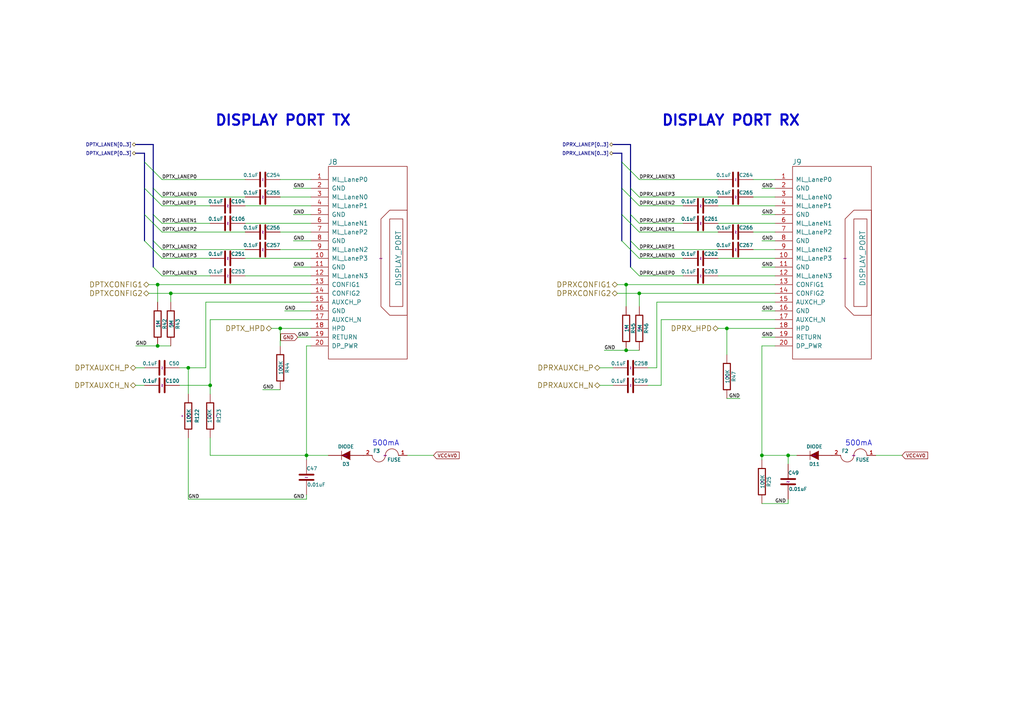
<source format=kicad_sch>
(kicad_sch (version 20250114) (generator "eeschema") (generator_version "9.0")
  (paper "A4")
  (title_block (title "Numato Opsis - DisplayPort") (date "11 jan 2016") (rev "Rev2") (company "Numato Lab") (comment 1 "http://opsis.hdmi2usb.tv/") (comment 2 "Designed in collaboration between Numato Lab and TimVideos.us") (comment 3 "License: CC-BY-SA 4.0 International") (comment 4 "$Id: d824764dcd10651ccc3c5b4d0b14bb2e01100293 $"))
  (text "500mA" (at 107.95 129.54 0) (effects (font (size 1.524 1.524)) (justify left bottom)))
  (text "DISPLAY PORT TX" (at 62.23 36.83 0) (effects (font (size 2.9972 2.9972) (thickness 0.5994) (bold yes)) (justify left bottom)))
  (text "DISPLAY PORT RX" (at 191.77 36.83 0) (effects (font (size 2.9972 2.9972) (thickness 0.5994) (bold yes)) (justify left bottom)))
  (text "500mA" (at 245.11 129.54 0) (effects (font (size 1.524 1.524)) (justify left bottom)))
  (junction (at 45.72 100.33))
  (junction (at 210.82 95.25))
  (junction (at 181.61 82.55))
  (junction (at 49.53 85.09))
  (junction (at 88.9 132.08))
  (junction (at 60.96 111.76))
  (junction (at 81.28 95.25))
  (junction (at 181.61 101.6))
  (junction (at 185.42 85.09))
  (junction (at 54.61 106.68))
  (junction (at 220.98 132.08))
  (junction (at 228.6 132.08))
  (junction (at 45.72 82.55))
  (bus_entry (at 180.34 62.23) (size 2.54 2.54))
  (bus_entry (at 44.45 72.39) (size 2.54 2.54))
  (bus_entry (at 44.45 49.53) (size 2.54 2.54))
  (bus_entry (at 44.45 57.15) (size 2.54 2.54))
  (bus_entry (at 41.91 69.85) (size 2.54 2.54))
  (bus_entry (at 44.45 69.85) (size 2.54 2.54))
  (bus_entry (at 182.88 69.85) (size 2.54 2.54))
  (bus_entry (at 182.88 57.15) (size 2.54 2.54))
  (bus_entry (at 182.88 64.77) (size 2.54 2.54))
  (bus_entry (at 44.45 54.61) (size 2.54 2.54))
  (bus_entry (at 180.34 46.99) (size 2.54 2.54))
  (bus_entry (at 41.91 54.61) (size 2.54 2.54))
  (bus_entry (at 44.45 62.23) (size 2.54 2.54))
  (bus_entry (at 182.88 72.39) (size 2.54 2.54))
  (bus_entry (at 180.34 54.61) (size 2.54 2.54))
  (bus_entry (at 182.88 77.47) (size 2.54 2.54))
  (bus_entry (at 44.45 64.77) (size 2.54 2.54))
  (bus_entry (at 44.45 77.47) (size 2.54 2.54))
  (bus_entry (at 41.91 46.99) (size 2.54 2.54))
  (bus_entry (at 182.88 54.61) (size 2.54 2.54))
  (bus_entry (at 180.34 69.85) (size 2.54 2.54))
  (bus_entry (at 182.88 62.23) (size 2.54 2.54))
  (bus_entry (at 41.91 62.23) (size 2.54 2.54))
  (bus_entry (at 182.88 49.53) (size 2.54 2.54))
  (wire (pts (xy 220.98 100.33) (xy 224.79 100.33)))
  (wire (pts (xy 41.91 111.76) (xy 39.37 111.76)))
  (wire (pts (xy 228.6 132.08) (xy 228.6 134.62)))
  (wire (pts (xy 41.91 106.68) (xy 39.37 106.68)))
  (wire (pts (xy 224.79 59.69) (xy 208.28 59.69)))
  (wire (pts (xy 220.98 146.05) (xy 228.6 146.05)))
  (wire (pts (xy 90.17 87.63) (xy 59.69 87.63)))
  (wire (pts (xy 173.99 111.76) (xy 177.8 111.76)))
  (wire (pts (xy 224.79 54.61) (xy 220.98 54.61)))
  (bus (pts (xy 182.88 49.53) (xy 182.88 54.61)))
  (bus (pts (xy 182.88 64.77) (xy 182.88 69.85)))
  (bus (pts (xy 180.34 44.45) (xy 180.34 46.99)))
  (wire (pts (xy 90.17 77.47) (xy 85.09 77.47)))
  (wire (pts (xy 220.98 100.33) (xy 220.98 132.08)))
  (wire (pts (xy 190.5 106.68) (xy 187.96 106.68)))
  (wire (pts (xy 210.82 95.25) (xy 224.79 95.25)))
  (bus (pts (xy 182.88 62.23) (xy 182.88 64.77)))
  (bus (pts (xy 177.8 41.91) (xy 182.88 41.91)))
  (bus (pts (xy 39.37 44.45) (xy 41.91 44.45)))
  (wire (pts (xy 54.61 144.78) (xy 88.9 144.78)))
  (bus (pts (xy 44.45 72.39) (xy 44.45 77.47)))
  (wire (pts (xy 88.9 144.78) (xy 88.9 143.51)))
  (wire (pts (xy 224.79 90.17) (xy 220.98 90.17)))
  (wire (pts (xy 218.44 72.39) (xy 224.79 72.39)))
  (wire (pts (xy 185.42 67.31) (xy 208.28 67.31)))
  (wire (pts (xy 175.26 101.6) (xy 181.61 101.6)))
  (bus (pts (xy 44.45 41.91) (xy 44.45 49.53)))
  (wire (pts (xy 46.99 57.15) (xy 71.12 57.15)))
  (wire (pts (xy 191.77 111.76) (xy 187.96 111.76)))
  (wire (pts (xy 90.17 54.61) (xy 85.09 54.61)))
  (wire (pts (xy 185.42 72.39) (xy 208.28 72.39)))
  (wire (pts (xy 181.61 82.55) (xy 224.79 82.55)))
  (wire (pts (xy 90.17 90.17) (xy 82.55 90.17)))
  (wire (pts (xy 185.42 52.07) (xy 208.28 52.07)))
  (wire (pts (xy 181.61 101.6) (xy 185.42 101.6)))
  (wire (pts (xy 88.9 100.33) (xy 90.17 100.33)))
  (wire (pts (xy 43.18 85.09) (xy 49.53 85.09)))
  (wire (pts (xy 261.62 132.08) (xy 254 132.08)))
  (wire (pts (xy 60.96 132.08) (xy 60.96 127)))
  (wire (pts (xy 210.82 102.87) (xy 210.82 95.25)))
  (wire (pts (xy 179.07 82.55) (xy 181.61 82.55)))
  (wire (pts (xy 173.99 106.68) (xy 177.8 106.68)))
  (wire (pts (xy 228.6 146.05) (xy 228.6 144.78)))
  (wire (pts (xy 88.9 132.08) (xy 95.25 132.08)))
  (wire (pts (xy 218.44 57.15) (xy 224.79 57.15)))
  (wire (pts (xy 46.99 67.31) (xy 71.12 67.31)))
  (wire (pts (xy 218.44 67.31) (xy 224.79 67.31)))
  (wire (pts (xy 228.6 132.08) (xy 231.14 132.08)))
  (wire (pts (xy 81.28 72.39) (xy 90.17 72.39)))
  (wire (pts (xy 218.44 52.07) (xy 224.79 52.07)))
  (wire (pts (xy 60.96 92.71) (xy 60.96 111.76)))
  (wire (pts (xy 59.69 106.68) (xy 54.61 106.68)))
  (wire (pts (xy 185.42 88.9) (xy 185.42 85.09)))
  (wire (pts (xy 220.98 132.08) (xy 220.98 133.35)))
  (bus (pts (xy 41.91 44.45) (xy 41.91 46.99)))
  (wire (pts (xy 185.42 74.93) (xy 198.12 74.93)))
  (wire (pts (xy 81.28 57.15) (xy 90.17 57.15)))
  (wire (pts (xy 46.99 64.77) (xy 60.96 64.77)))
  (wire (pts (xy 191.77 92.71) (xy 191.77 111.76)))
  (wire (pts (xy 60.96 80.01) (xy 46.99 80.01)))
  (wire (pts (xy 125.73 132.08) (xy 118.11 132.08)))
  (wire (pts (xy 90.17 64.77) (xy 71.12 64.77)))
  (wire (pts (xy 90.17 62.23) (xy 85.09 62.23)))
  (bus (pts (xy 41.91 62.23) (xy 41.91 69.85)))
  (wire (pts (xy 39.37 100.33) (xy 45.72 100.33)))
  (wire (pts (xy 88.9 100.33) (xy 88.9 132.08)))
  (wire (pts (xy 59.69 87.63) (xy 59.69 106.68)))
  (wire (pts (xy 54.61 106.68) (xy 52.07 106.68)))
  (wire (pts (xy 81.28 100.33) (xy 81.28 95.25)))
  (wire (pts (xy 224.79 97.79) (xy 220.98 97.79)))
  (bus (pts (xy 44.45 54.61) (xy 44.45 57.15)))
  (wire (pts (xy 81.28 113.03) (xy 76.2 113.03)))
  (wire (pts (xy 90.17 74.93) (xy 71.12 74.93)))
  (wire (pts (xy 45.72 100.33) (xy 49.53 100.33)))
  (wire (pts (xy 54.61 127) (xy 54.61 144.78)))
  (wire (pts (xy 49.53 87.63) (xy 49.53 85.09)))
  (bus (pts (xy 180.34 46.99) (xy 180.34 54.61)))
  (wire (pts (xy 81.28 52.07) (xy 90.17 52.07)))
  (wire (pts (xy 208.28 80.01) (xy 224.79 80.01)))
  (wire (pts (xy 45.72 82.55) (xy 90.17 82.55)))
  (wire (pts (xy 185.42 64.77) (xy 198.12 64.77)))
  (bus (pts (xy 41.91 46.99) (xy 41.91 54.61)))
  (bus (pts (xy 182.88 72.39) (xy 182.88 77.47)))
  (wire (pts (xy 54.61 106.68) (xy 54.61 114.3)))
  (wire (pts (xy 224.79 87.63) (xy 190.5 87.63)))
  (bus (pts (xy 44.45 64.77) (xy 44.45 69.85)))
  (bus (pts (xy 182.88 41.91) (xy 182.88 49.53)))
  (bus (pts (xy 44.45 49.53) (xy 44.45 54.61)))
  (wire (pts (xy 185.42 80.01) (xy 198.12 80.01)))
  (bus (pts (xy 39.37 41.91) (xy 44.45 41.91)))
  (bus (pts (xy 44.45 62.23) (xy 44.45 64.77)))
  (wire (pts (xy 179.07 85.09) (xy 185.42 85.09)))
  (bus (pts (xy 180.34 62.23) (xy 180.34 69.85)))
  (wire (pts (xy 90.17 69.85) (xy 85.09 69.85)))
  (bus (pts (xy 182.88 57.15) (xy 182.88 62.23)))
  (wire (pts (xy 224.79 62.23) (xy 220.98 62.23)))
  (wire (pts (xy 224.79 69.85) (xy 220.98 69.85)))
  (wire (pts (xy 60.96 132.08) (xy 88.9 132.08)))
  (wire (pts (xy 220.98 132.08) (xy 228.6 132.08)))
  (wire (pts (xy 90.17 80.01) (xy 71.12 80.01)))
  (wire (pts (xy 81.28 95.25) (xy 90.17 95.25)))
  (wire (pts (xy 78.74 95.25) (xy 81.28 95.25)))
  (wire (pts (xy 208.28 74.93) (xy 224.79 74.93)))
  (wire (pts (xy 185.42 85.09) (xy 224.79 85.09)))
  (wire (pts (xy 224.79 77.47) (xy 220.98 77.47)))
  (bus (pts (xy 41.91 54.61) (xy 41.91 62.23)))
  (wire (pts (xy 60.96 111.76) (xy 52.07 111.76)))
  (bus (pts (xy 182.88 54.61) (xy 182.88 57.15)))
  (wire (pts (xy 90.17 92.71) (xy 60.96 92.71)))
  (wire (pts (xy 185.42 57.15) (xy 208.28 57.15)))
  (bus (pts (xy 44.45 69.85) (xy 44.45 72.39)))
  (wire (pts (xy 181.61 88.9) (xy 181.61 82.55)))
  (wire (pts (xy 224.79 92.71) (xy 191.77 92.71)))
  (wire (pts (xy 43.18 82.55) (xy 45.72 82.55)))
  (wire (pts (xy 208.28 64.77) (xy 224.79 64.77)))
  (wire (pts (xy 49.53 85.09) (xy 90.17 85.09)))
  (wire (pts (xy 88.9 132.08) (xy 88.9 133.35)))
  (wire (pts (xy 71.12 52.07) (xy 46.99 52.07)))
  (wire (pts (xy 214.63 115.57) (xy 210.82 115.57)))
  (wire (pts (xy 81.28 67.31) (xy 90.17 67.31)))
  (bus (pts (xy 177.8 44.45) (xy 180.34 44.45)))
  (wire (pts (xy 45.72 87.63) (xy 45.72 82.55)))
  (bus (pts (xy 182.88 69.85) (xy 182.88 72.39)))
  (wire (pts (xy 60.96 111.76) (xy 60.96 114.3)))
  (wire (pts (xy 208.28 95.25) (xy 210.82 95.25)))
  (wire (pts (xy 185.42 59.69) (xy 198.12 59.69)))
  (bus (pts (xy 44.45 57.15) (xy 44.45 62.23)))
  (wire (pts (xy 46.99 74.93) (xy 60.96 74.93)))
  (wire (pts (xy 46.99 72.39) (xy 71.12 72.39)))
  (wire (pts (xy 46.99 59.69) (xy 60.96 59.69)))
  (bus (pts (xy 180.34 54.61) (xy 180.34 62.23)))
  (wire (pts (xy 190.5 87.63) (xy 190.5 106.68)))
  (wire (pts (xy 86.36 97.79) (xy 90.17 97.79)))
  (wire (pts (xy 71.12 59.69) (xy 90.17 59.69)))
  (label "GND" (at 54.61 144.78 0) (effects (font (size 0.9906 0.9906))))
  (label "DPTX_LANEP1" (at 46.99 59.69 0) (effects (font (size 0.9906 0.9906))))
  (label "GND" (at 220.98 62.23 0) (effects (font (size 0.9906 0.9906))))
  (label "DPTX_LANEP0" (at 46.99 52.07 0) (effects (font (size 0.9906 0.9906))))
  (label "DPRX_LANEN2" (at 185.42 59.69 0) (effects (font (size 0.9906 0.9906))))
  (label "DPTX_LANEP2" (at 46.99 67.31 0) (effects (font (size 0.9906 0.9906))))
  (label "GND" (at 85.09 69.85 0) (effects (font (size 0.9906 0.9906))))
  (label "GND" (at 85.09 62.23 0) (effects (font (size 0.9906 0.9906))))
  (label "GND" (at 220.98 69.85 0) (effects (font (size 0.9906 0.9906))))
  (label "DPRX_LANEN3" (at 185.42 52.07 0) (effects (font (size 0.9906 0.9906))))
  (label "GND" (at 85.09 54.61 0) (effects (font (size 0.9906 0.9906))))
  (label "GND" (at 76.2 113.03 0) (effects (font (size 0.9906 0.9906))))
  (label "DPRX_LANEP1" (at 185.42 72.39 0) (effects (font (size 0.9906 0.9906))))
  (label "DPRX_LANEP0" (at 185.42 80.01 0) (effects (font (size 0.9906 0.9906))))
  (label "GND" (at 220.98 90.17 0) (effects (font (size 0.9906 0.9906))))
  (label "GND" (at 220.98 97.79 0) (effects (font (size 0.9906 0.9906))))
  (label "DPTX_LANEN1" (at 46.99 64.77 0) (effects (font (size 0.9906 0.9906))))
  (label "GND" (at 214.63 115.57 180) (effects (font (size 0.9906 0.9906))))
  (label "GND" (at 86.36 97.79 0) (effects (font (size 0.9906 0.9906))))
  (label "DPTX_LANEN3" (at 46.99 80.01 0) (effects (font (size 0.9906 0.9906))))
  (label "DPRX_LANEP3" (at 185.42 57.15 0) (effects (font (size 0.9906 0.9906))))
  (label "DPTX_LANEN0" (at 46.99 57.15 0) (effects (font (size 0.9906 0.9906))))
  (label "GND" (at 175.26 101.6 0) (effects (font (size 0.9906 0.9906))))
  (label "GND" (at 85.09 77.47 0) (effects (font (size 0.9906 0.9906))))
  (label "GND" (at 220.98 77.47 0) (effects (font (size 0.9906 0.9906))))
  (label "DPRX_LANEN0" (at 185.42 74.93 0) (effects (font (size 0.9906 0.9906))))
  (label "GND" (at 85.09 144.78 0) (effects (font (size 0.9906 0.9906))))
  (label "GND" (at 39.37 100.33 0) (effects (font (size 0.9906 0.9906))))
  (label "DPRX_LANEN1" (at 185.42 67.31 0) (effects (font (size 0.9906 0.9906))))
  (label "DPRX_LANEP2" (at 185.42 64.77 0) (effects (font (size 0.9906 0.9906))))
  (label "DPTX_LANEN2" (at 46.99 72.39 0) (effects (font (size 0.9906 0.9906))))
  (label "GND" (at 220.98 54.61 0) (effects (font (size 0.9906 0.9906))))
  (label "DPTX_LANEP3" (at 46.99 74.93 0) (effects (font (size 0.9906 0.9906))))
  (label "GND" (at 82.55 90.17 0) (effects (font (size 0.9906 0.9906))))
  (label "GND" (at 224.79 146.05 0) (effects (font (size 0.9906 0.9906))))
  (global_label "GND" (shape input) (at 86.36 97.79 180) (effects (font (size 0.9906 0.9906))) (property "Intersheetrefs" "${INTERSHEET_REFS}" (effects (hide yes))))
  (global_label "VCC4V0" (shape input) (at 261.62 132.08 0) (effects (font (size 0.9906 0.9906))) (property "Intersheetrefs" "${INTERSHEET_REFS}" (effects (hide yes))))
  (global_label "VCC4V0" (shape input) (at 125.73 132.08 0) (effects (font (size 0.9906 0.9906))) (property "Intersheetrefs" "${INTERSHEET_REFS}" (effects (hide yes))))
  (hierarchical_label "DPRX_LANEN[0..3]" (shape bidirectional) (at 177.8 44.45 180) (effects (font (size 0.9906 0.9906))))
  (hierarchical_label "DPRXCONFIG2" (shape bidirectional) (at 179.07 85.09 180) (effects (font (size 1.524 1.524))))
  (hierarchical_label "DPRXCONFIG1" (shape bidirectional) (at 179.07 82.55 180) (effects (font (size 1.524 1.524))))
  (hierarchical_label "DPTXAUXCH_N" (shape bidirectional) (at 39.37 111.76 180) (effects (font (size 1.524 1.524))))
  (hierarchical_label "DPRXAUXCH_N" (shape bidirectional) (at 173.99 111.76 180) (effects (font (size 1.524 1.524))))
  (hierarchical_label "DPTX_HPD" (shape bidirectional) (at 78.74 95.25 180) (effects (font (size 1.524 1.524))))
  (hierarchical_label "DPRX_LANEP[0..3]" (shape bidirectional) (at 177.8 41.91 180) (effects (font (size 0.9906 0.9906))))
  (hierarchical_label "DPRX_HPD" (shape bidirectional) (at 208.28 95.25 180) (effects (font (size 1.524 1.524))))
  (hierarchical_label "DPTXCONFIG2" (shape bidirectional) (at 43.18 85.09 180) (effects (font (size 1.524 1.524))))
  (hierarchical_label "DPTX_LANEP[0..3]" (shape bidirectional) (at 39.37 44.45 180) (effects (font (size 0.9906 0.9906))))
  (hierarchical_label "DPTX_LANEN[0..3]" (shape bidirectional) (at 39.37 41.91 180) (effects (font (size 0.9906 0.9906))))
  (hierarchical_label "DPTXAUXCH_P" (shape bidirectional) (at 39.37 106.68 180) (effects (font (size 1.524 1.524))))
  (hierarchical_label "DPRXAUXCH_P" (shape bidirectional) (at 173.99 106.68 180) (effects (font (size 1.524 1.524))))
  (hierarchical_label "DPTXCONFIG1" (shape bidirectional) (at 43.18 82.55 180) (effects (font (size 1.524 1.524))))
  (symbol (lib_name "DISPLAY_PORT_4") (lib_id "HDMI2USB-rescue:DISPLAY_PORT") (at 111.76 74.93 0) (unit 1)
    (property "Reference" "J8" (at 96.52 46.99 0) (effects (font (size 1.524 1.524))))
    (property "Value" "DISPLAY_PORT" (at 115.57 74.93 90) (effects (font (size 1.524 1.524))))
    (property "Footprint" "Display_Port" (effects (hide yes)))
    (property "Datasheet" "~" (at 110.49 74.93 0) (effects (font (size 1.524 1.524))))
    (property "Populate" "Yes" (effects (hide yes)))
  )
  (symbol (lib_name "DISPLAY_PORT_3") (lib_id "HDMI2USB-rescue:DISPLAY_PORT") (at 246.38 74.93 0) (unit 1)
    (property "Reference" "J9" (at 231.14 46.99 0) (effects (font (size 1.524 1.524))))
    (property "Value" "DISPLAY_PORT" (at 250.19 74.93 90) (effects (font (size 1.524 1.524))))
    (property "Footprint" "Display_Port" (effects (hide yes)))
    (property "Datasheet" "~" (at 245.11 74.93 0) (effects (font (size 1.524 1.524))))
    (property "Populate" "Yes" (effects (hide yes)))
  )
  (symbol (lib_name "R_18") (lib_id "HDMI2USB-rescue:R") (at 220.98 139.7 0) (unit 1)
    (property "Reference" "R25" (at 223.012 139.7 90) (effects (font (size 1.016 1.016))))
    (property "Value" "100K" (at 221.1578 139.6746 90) (effects (font (size 1.016 1.016))))
    (property "Footprint" "SM0603" (effects (hide yes)))
    (property "Datasheet" "~" (at 220.98 139.7 0) (effects (font (size 0.762 0.762))))
    (property "Populate" "Yes" (effects (hide yes)))
  )
  (symbol (lib_name "FUSE_3") (lib_id "HDMI2USB-rescue:FUSE") (at 111.76 132.08 0) (mirror y) (unit 1)
    (property "Reference" "F3" (at 109.22 130.81 0) (effects (font (size 1.016 1.016))))
    (property "Value" "FUSE" (at 114.3 133.35 0) (effects (font (size 1.016 1.016))))
    (property "Footprint" "SM0603" (effects (hide yes)))
    (property "Datasheet" "~" (at 111.76 132.08 0) (effects (font (size 1.524 1.524))))
    (property "Populate" "Yes" (effects (hide yes)))
  )
  (symbol (lib_name "R_16") (lib_id "HDMI2USB-rescue:R") (at 45.72 93.98 0) (unit 1)
    (property "Reference" "R42" (at 47.752 93.98 90) (effects (font (size 1.016 1.016))))
    (property "Value" "1M" (at 45.8978 93.9546 90) (effects (font (size 1.016 1.016))))
    (property "Footprint" "SM0603" (effects (hide yes)))
    (property "Datasheet" "~" (at 45.72 93.98 0) (effects (font (size 0.762 0.762))))
    (property "Populate" "Yes" (effects (hide yes)))
  )
  (symbol (lib_name "R_17") (lib_id "HDMI2USB-rescue:R") (at 49.53 93.98 0) (unit 1)
    (property "Reference" "R43" (at 51.562 93.98 90) (effects (font (size 1.016 1.016))))
    (property "Value" "5M" (at 49.7078 93.9546 90) (effects (font (size 1.016 1.016))))
    (property "Footprint" "SM0603" (effects (hide yes)))
    (property "Datasheet" "~" (at 49.53 93.98 0) (effects (font (size 0.762 0.762))))
    (property "Populate" "Yes" (effects (hide yes)))
  )
  (symbol (lib_name "R_14") (lib_id "HDMI2USB-rescue:R") (at 181.61 95.25 0) (unit 1)
    (property "Reference" "R45" (at 183.642 95.25 90) (effects (font (size 1.016 1.016))))
    (property "Value" "1M" (at 181.7878 95.2246 90) (effects (font (size 1.016 1.016))))
    (property "Footprint" "SM0603" (effects (hide yes)))
    (property "Datasheet" "~" (at 181.61 95.25 0) (effects (font (size 0.762 0.762))))
    (property "Populate" "Yes" (effects (hide yes)))
  )
  (symbol (lib_name "R_15") (lib_id "HDMI2USB-rescue:R") (at 185.42 95.25 0) (unit 1)
    (property "Reference" "R46" (at 187.452 95.25 90) (effects (font (size 1.016 1.016))))
    (property "Value" "5M" (at 185.5978 95.2246 90) (effects (font (size 1.016 1.016))))
    (property "Footprint" "SM0603" (effects (hide yes)))
    (property "Datasheet" "~" (at 185.42 95.25 0) (effects (font (size 0.762 0.762))))
    (property "Populate" "Yes" (effects (hide yes)))
  )
  (symbol (lib_name "R_13") (lib_id "HDMI2USB-rescue:R") (at 210.82 109.22 0) (unit 1)
    (property "Reference" "R47" (at 212.852 109.22 90) (effects (font (size 1.016 1.016))))
    (property "Value" "100K" (at 210.9978 109.1946 90) (effects (font (size 1.016 1.016))))
    (property "Footprint" "SM0603" (effects (hide yes)))
    (property "Datasheet" "~" (at 210.82 109.22 0) (effects (font (size 0.762 0.762))))
    (property "Populate" "Yes" (effects (hide yes)))
  )
  (symbol (lib_name "R_12") (lib_id "HDMI2USB-rescue:R") (at 81.28 106.68 0) (unit 1)
    (property "Reference" "R44" (at 83.312 106.68 90) (effects (font (size 1.016 1.016))))
    (property "Value" "100K" (at 81.4578 106.6546 90) (effects (font (size 1.016 1.016))))
    (property "Footprint" "SM0603" (effects (hide yes)))
    (property "Datasheet" "~" (at 81.28 106.68 0) (effects (font (size 0.762 0.762))))
    (property "Populate" "Yes" (effects (hide yes)))
  )
  (symbol (lib_name "DIODE_3") (lib_id "HDMI2USB-rescue:DIODE") (at 100.33 132.08 180) (unit 1)
    (property "Reference" "D3" (at 100.33 134.62 0) (effects (font (size 1.016 1.016))))
    (property "Value" "DIODE" (at 100.33 129.54 0) (effects (font (size 1.016 1.016))))
    (property "Footprint" "DO-214AC(SMA)" (effects (hide yes)))
    (property "Datasheet" "~" (at 100.33 132.08 0) (effects (font (size 1.524 1.524))))
    (property "Populate" "Yes" (effects (hide yes)))
  )
  (symbol (lib_name "FUSE_4") (lib_id "HDMI2USB-rescue:FUSE") (at 247.65 132.08 0) (mirror y) (unit 1)
    (property "Reference" "F2" (at 245.11 130.81 0) (effects (font (size 1.016 1.016))))
    (property "Value" "FUSE" (at 250.19 133.35 0) (effects (font (size 1.016 1.016))))
    (property "Footprint" "SM0603" (effects (hide yes)))
    (property "Datasheet" "~" (at 247.65 132.08 0) (effects (font (size 1.524 1.524))))
    (property "Populate" "Yes" (effects (hide yes)))
  )
  (symbol (lib_name "DIODE_4") (lib_id "HDMI2USB-rescue:DIODE") (at 236.22 132.08 180) (unit 1)
    (property "Reference" "D11" (at 236.22 134.62 0) (effects (font (size 1.016 1.016))))
    (property "Value" "DIODE" (at 236.22 129.54 0) (effects (font (size 1.016 1.016))))
    (property "Footprint" "DO-214AC(SMA)" (effects (hide yes)))
    (property "Datasheet" "~" (at 236.22 132.08 0) (effects (font (size 1.524 1.524))))
    (property "Populate" "Yes" (effects (hide yes)))
  )
  (symbol (lib_name "C_23") (lib_id "HDMI2USB-rescue:C") (at 88.9 138.43 0) (unit 1)
    (property "Reference" "C47" (at 88.9 135.89 0) (effects (font (size 1.016 1.016)) (justify left)))
    (property "Value" "0.01uF" (at 89.0524 140.589 0) (effects (font (size 1.016 1.016)) (justify left)))
    (property "Footprint" "SM0603" (effects (hide yes)))
    (property "Datasheet" "~" (at 88.9 138.43 0) (effects (font (size 1.524 1.524))))
    (property "Populate" "Yes" (effects (hide yes)))
  )
  (symbol (lib_name "C_36") (lib_id "HDMI2USB-rescue:C") (at 228.6 139.7 0) (unit 1)
    (property "Reference" "C49" (at 228.6 137.16 0) (effects (font (size 1.016 1.016)) (justify left)))
    (property "Value" "0.01uF" (at 228.7524 141.859 0) (effects (font (size 1.016 1.016)) (justify left)))
    (property "Footprint" "SM0603" (effects (hide yes)))
    (property "Datasheet" "~" (at 228.6 139.7 0) (effects (font (size 1.524 1.524))))
    (property "Populate" "Yes" (effects (hide yes)))
  )
  (symbol (lib_name "C_28") (lib_id "HDMI2USB-rescue:C") (at 213.36 52.07 90) (mirror x) (unit 1)
    (property "Reference" "C264" (at 218.44 50.8 90) (effects (font (size 1.016 1.016)) (justify left)))
    (property "Value" "0.1uF" (at 212.09 50.8 90) (effects (font (size 1.016 1.016)) (justify left)))
    (property "Footprint" "SM0402" (effects (hide yes)))
    (property "Datasheet" "~" (at 213.36 52.07 0) (effects (font (size 1.524 1.524))))
    (property "Populate" "Yes" (effects (hide yes)))
  )
  (symbol (lib_name "C_29") (lib_id "HDMI2USB-rescue:C") (at 213.36 57.15 90) (mirror x) (unit 1)
    (property "Reference" "C265" (at 218.44 55.88 90) (effects (font (size 1.016 1.016)) (justify left)))
    (property "Value" "0.1uF" (at 212.09 55.88 90) (effects (font (size 1.016 1.016)) (justify left)))
    (property "Footprint" "SM0402" (effects (hide yes)))
    (property "Datasheet" "~" (at 213.36 57.15 0) (effects (font (size 1.524 1.524))))
    (property "Populate" "Yes" (effects (hide yes)))
  )
  (symbol (lib_name "C_26") (lib_id "HDMI2USB-rescue:C") (at 203.2 59.69 90) (mirror x) (unit 1)
    (property "Reference" "C260" (at 208.28 58.42 90) (effects (font (size 1.016 1.016)) (justify left)))
    (property "Value" "0.1uF" (at 201.93 58.42 90) (effects (font (size 1.016 1.016)) (justify left)))
    (property "Footprint" "SM0402" (effects (hide yes)))
    (property "Datasheet" "~" (at 203.2 59.69 0) (effects (font (size 1.524 1.524))))
    (property "Populate" "Yes" (effects (hide yes)))
  )
  (symbol (lib_name "C_27") (lib_id "HDMI2USB-rescue:C") (at 203.2 64.77 90) (mirror x) (unit 1)
    (property "Reference" "C261" (at 208.28 63.5 90) (effects (font (size 1.016 1.016)) (justify left)))
    (property "Value" "0.1uF" (at 201.93 63.5 90) (effects (font (size 1.016 1.016)) (justify left)))
    (property "Footprint" "SM0402" (effects (hide yes)))
    (property "Datasheet" "~" (at 203.2 64.77 0) (effects (font (size 1.524 1.524))))
    (property "Populate" "Yes" (effects (hide yes)))
  )
  (symbol (lib_name "C_30") (lib_id "HDMI2USB-rescue:C") (at 213.36 67.31 90) (mirror x) (unit 1)
    (property "Reference" "C266" (at 218.44 66.04 90) (effects (font (size 1.016 1.016)) (justify left)))
    (property "Value" "0.1uF" (at 212.09 66.04 90) (effects (font (size 1.016 1.016)) (justify left)))
    (property "Footprint" "SM0402" (effects (hide yes)))
    (property "Datasheet" "~" (at 213.36 67.31 0) (effects (font (size 1.524 1.524))))
    (property "Populate" "Yes" (effects (hide yes)))
  )
  (symbol (lib_name "C_31") (lib_id "HDMI2USB-rescue:C") (at 213.36 72.39 90) (mirror x) (unit 1)
    (property "Reference" "C267" (at 218.44 71.12 90) (effects (font (size 1.016 1.016)) (justify left)))
    (property "Value" "0.1uF" (at 212.09 71.12 90) (effects (font (size 1.016 1.016)) (justify left)))
    (property "Footprint" "SM0402" (effects (hide yes)))
    (property "Datasheet" "~" (at 213.36 72.39 0) (effects (font (size 1.524 1.524))))
    (property "Populate" "Yes" (effects (hide yes)))
  )
  (symbol (lib_name "C_24") (lib_id "HDMI2USB-rescue:C") (at 203.2 74.93 90) (mirror x) (unit 1)
    (property "Reference" "C262" (at 208.28 73.66 90) (effects (font (size 1.016 1.016)) (justify left)))
    (property "Value" "0.1uF" (at 201.93 73.66 90) (effects (font (size 1.016 1.016)) (justify left)))
    (property "Footprint" "SM0402" (effects (hide yes)))
    (property "Datasheet" "~" (at 203.2 74.93 0) (effects (font (size 1.524 1.524))))
    (property "Populate" "Yes" (effects (hide yes)))
  )
  (symbol (lib_name "C_25") (lib_id "HDMI2USB-rescue:C") (at 203.2 80.01 90) (mirror x) (unit 1)
    (property "Reference" "C263" (at 208.28 78.74 90) (effects (font (size 1.016 1.016)) (justify left)))
    (property "Value" "0.1uF" (at 201.93 78.74 90) (effects (font (size 1.016 1.016)) (justify left)))
    (property "Footprint" "SM0402" (effects (hide yes)))
    (property "Datasheet" "~" (at 203.2 80.01 0) (effects (font (size 1.524 1.524))))
    (property "Populate" "Yes" (effects (hide yes)))
  )
  (symbol (lib_name "C_38") (lib_id "HDMI2USB-rescue:C") (at 76.2 52.07 90) (mirror x) (unit 1)
    (property "Reference" "C254" (at 81.28 50.8 90) (effects (font (size 1.016 1.016)) (justify left)))
    (property "Value" "0.1uF" (at 74.93 50.8 90) (effects (font (size 1.016 1.016)) (justify left)))
    (property "Footprint" "SM0402" (effects (hide yes)))
    (property "Datasheet" "~" (at 76.2 52.07 0) (effects (font (size 1.524 1.524))))
    (property "Populate" "Yes" (effects (hide yes)))
  )
  (symbol (lib_name "C_39") (lib_id "HDMI2USB-rescue:C") (at 76.2 57.15 90) (mirror x) (unit 1)
    (property "Reference" "C255" (at 81.28 55.88 90) (effects (font (size 1.016 1.016)) (justify left)))
    (property "Value" "0.1uF" (at 74.93 55.88 90) (effects (font (size 1.016 1.016)) (justify left)))
    (property "Footprint" "SM0402" (effects (hide yes)))
    (property "Datasheet" "~" (at 76.2 57.15 0) (effects (font (size 1.524 1.524))))
    (property "Populate" "Yes" (effects (hide yes)))
  )
  (symbol (lib_name "C_37") (lib_id "HDMI2USB-rescue:C") (at 66.04 59.69 90) (mirror x) (unit 1)
    (property "Reference" "C104" (at 71.12 58.42 90) (effects (font (size 1.016 1.016)) (justify left)))
    (property "Value" "0.1uF" (at 64.77 58.42 90) (effects (font (size 1.016 1.016)) (justify left)))
    (property "Footprint" "SM0402" (effects (hide yes)))
    (property "Datasheet" "~" (at 66.04 59.69 0) (effects (font (size 1.524 1.524))))
    (property "Populate" "Yes" (effects (hide yes)))
  )
  (symbol (lib_name "C_40") (lib_id "HDMI2USB-rescue:C") (at 66.04 64.77 90) (mirror x) (unit 1)
    (property "Reference" "C106" (at 71.12 63.5 90) (effects (font (size 1.016 1.016)) (justify left)))
    (property "Value" "0.1uF" (at 64.77 63.5 90) (effects (font (size 1.016 1.016)) (justify left)))
    (property "Footprint" "SM0402" (effects (hide yes)))
    (property "Datasheet" "~" (at 66.04 64.77 0) (effects (font (size 1.524 1.524))))
    (property "Populate" "Yes" (effects (hide yes)))
  )
  (symbol (lib_name "C_43") (lib_id "HDMI2USB-rescue:C") (at 76.2 67.31 90) (mirror x) (unit 1)
    (property "Reference" "C256" (at 81.28 66.04 90) (effects (font (size 1.016 1.016)) (justify left)))
    (property "Value" "0.1uF" (at 74.93 66.04 90) (effects (font (size 1.016 1.016)) (justify left)))
    (property "Footprint" "SM0402" (effects (hide yes)))
    (property "Datasheet" "~" (at 76.2 67.31 0) (effects (font (size 1.524 1.524))))
    (property "Populate" "Yes" (effects (hide yes)))
  )
  (symbol (lib_name "C_44") (lib_id "HDMI2USB-rescue:C") (at 76.2 72.39 90) (mirror x) (unit 1)
    (property "Reference" "C257" (at 81.28 71.12 90) (effects (font (size 1.016 1.016)) (justify left)))
    (property "Value" "0.1uF" (at 74.93 71.12 90) (effects (font (size 1.016 1.016)) (justify left)))
    (property "Footprint" "SM0402" (effects (hide yes)))
    (property "Datasheet" "~" (at 76.2 72.39 0) (effects (font (size 1.524 1.524))))
    (property "Populate" "Yes" (effects (hide yes)))
  )
  (symbol (lib_name "C_41") (lib_id "HDMI2USB-rescue:C") (at 66.04 74.93 90) (mirror x) (unit 1)
    (property "Reference" "C251" (at 71.12 73.66 90) (effects (font (size 1.016 1.016)) (justify left)))
    (property "Value" "0.1uF" (at 64.77 73.66 90) (effects (font (size 1.016 1.016)) (justify left)))
    (property "Footprint" "SM0402" (effects (hide yes)))
    (property "Datasheet" "~" (at 66.04 74.93 0) (effects (font (size 1.524 1.524))))
    (property "Populate" "Yes" (effects (hide yes)))
  )
  (symbol (lib_name "C_42") (lib_id "HDMI2USB-rescue:C") (at 66.04 80.01 90) (mirror x) (unit 1)
    (property "Reference" "C253" (at 71.12 78.74 90) (effects (font (size 1.016 1.016)) (justify left)))
    (property "Value" "0.1uF" (at 64.77 78.74 90) (effects (font (size 1.016 1.016)) (justify left)))
    (property "Footprint" "SM0402" (effects (hide yes)))
    (property "Datasheet" "~" (at 66.04 80.01 0) (effects (font (size 1.524 1.524))))
    (property "Populate" "Yes" (effects (hide yes)))
  )
  (symbol (lib_name "C_35") (lib_id "HDMI2USB-rescue:C") (at 46.99 106.68 90) (mirror x) (unit 1)
    (property "Reference" "C50" (at 52.07 105.41 90) (effects (font (size 1.016 1.016)) (justify left)))
    (property "Value" "0.1uF" (at 45.72 105.41 90) (effects (font (size 1.016 1.016)) (justify left)))
    (property "Footprint" "SM0402" (effects (hide yes)))
    (property "Datasheet" "~" (at 46.99 106.68 0) (effects (font (size 1.524 1.524))))
    (property "Populate" "Yes" (effects (hide yes)))
  )
  (symbol (lib_name "C_34") (lib_id "HDMI2USB-rescue:C") (at 46.99 111.76 90) (mirror x) (unit 1)
    (property "Reference" "C100" (at 52.07 110.49 90) (effects (font (size 1.016 1.016)) (justify left)))
    (property "Value" "0.1uF" (at 45.72 110.49 90) (effects (font (size 1.016 1.016)) (justify left)))
    (property "Footprint" "SM0402" (effects (hide yes)))
    (property "Datasheet" "~" (at 46.99 111.76 0) (effects (font (size 1.524 1.524))))
    (property "Populate" "Yes" (effects (hide yes)))
  )
  (symbol (lib_name "C_32") (lib_id "HDMI2USB-rescue:C") (at 182.88 106.68 90) (mirror x) (unit 1)
    (property "Reference" "C258" (at 187.96 105.41 90) (effects (font (size 1.016 1.016)) (justify left)))
    (property "Value" "0.1uF" (at 181.61 105.41 90) (effects (font (size 1.016 1.016)) (justify left)))
    (property "Footprint" "SM0402" (effects (hide yes)))
    (property "Datasheet" "~" (at 182.88 106.68 0) (effects (font (size 1.524 1.524))))
    (property "Populate" "Yes" (effects (hide yes)))
  )
  (symbol (lib_name "C_33") (lib_id "HDMI2USB-rescue:C") (at 182.88 111.76 90) (mirror x) (unit 1)
    (property "Reference" "C259" (at 187.96 110.49 90) (effects (font (size 1.016 1.016)) (justify left)))
    (property "Value" "0.1uF" (at 181.61 110.49 90) (effects (font (size 1.016 1.016)) (justify left)))
    (property "Footprint" "SM0402" (effects (hide yes)))
    (property "Datasheet" "~" (at 182.88 111.76 0) (effects (font (size 1.524 1.524))))
    (property "Populate" "Yes" (effects (hide yes)))
  )
  (symbol (lib_name "R_10") (lib_id "HDMI2USB-rescue:R") (at 54.61 120.65 0) (unit 1)
    (property "Reference" "R122" (at 57.15 120.65 90) (effects (font (size 1.016 1.016))))
    (property "Value" "100K" (at 54.7878 120.6246 90) (effects (font (size 1.016 1.016))))
    (property "Footprint" "~" (at 52.832 120.65 90) (effects (font (size 0.762 0.762))))
    (property "Datasheet" "~" (at 54.61 120.65 0) (effects (font (size 0.762 0.762))))
    (property "Populate" "Yes" (effects (hide yes)))
  )
  (symbol (lib_name "R_11") (lib_id "HDMI2USB-rescue:R") (at 60.96 120.65 180) (unit 1)
    (property "Reference" "R123" (at 63.5 120.65 90) (effects (font (size 1.016 1.016))))
    (property "Value" "100K" (at 60.7822 120.6754 90) (effects (font (size 1.016 1.016))))
    (property "Footprint" "~" (at 62.738 120.65 90) (effects (font (size 0.762 0.762))))
    (property "Datasheet" "~" (at 60.96 120.65 0) (effects (font (size 0.762 0.762))))
    (property "Populate" "Yes" (effects (hide yes)))
  )
)
</source>
